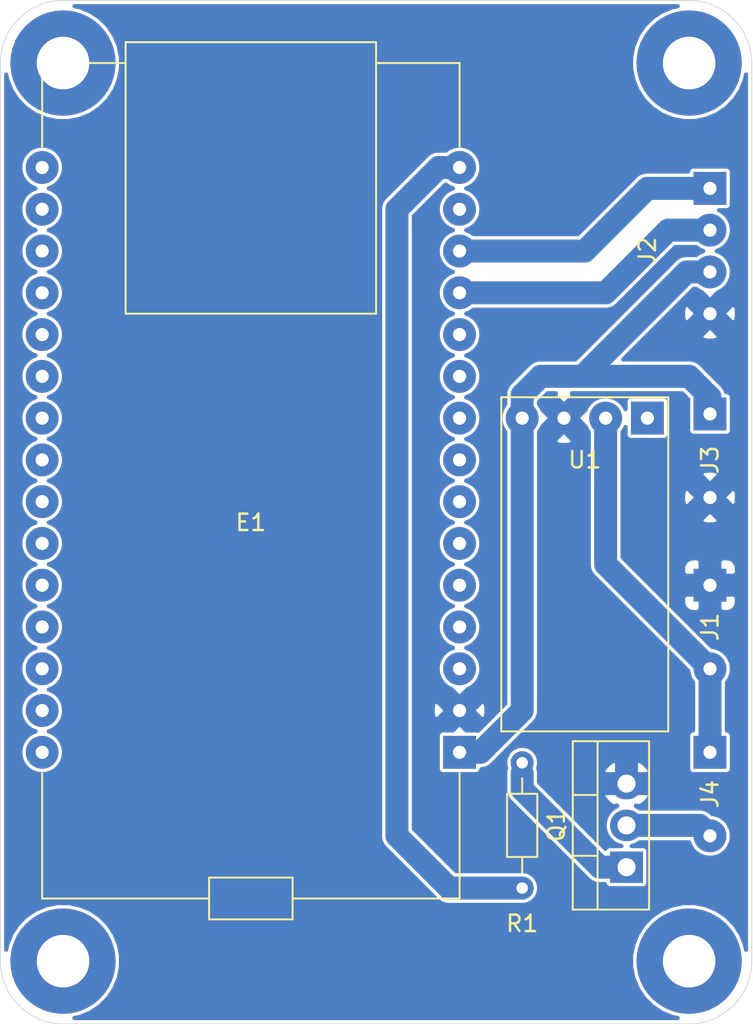
<source format=kicad_pcb>
(kicad_pcb (version 20171130) (host pcbnew 5.1.6)

  (general
    (thickness 1.6)
    (drawings 8)
    (tracks 31)
    (zones 0)
    (modules 12)
    (nets 35)
  )

  (page A4)
  (layers
    (0 F.Cu signal)
    (31 B.Cu signal)
    (32 B.Adhes user)
    (33 F.Adhes user)
    (34 B.Paste user)
    (35 F.Paste user)
    (36 B.SilkS user)
    (37 F.SilkS user)
    (38 B.Mask user)
    (39 F.Mask user)
    (40 Dwgs.User user)
    (41 Cmts.User user)
    (42 Eco1.User user)
    (43 Eco2.User user)
    (44 Edge.Cuts user)
    (45 Margin user)
    (46 B.CrtYd user)
    (47 F.CrtYd user)
    (48 B.Fab user)
    (49 F.Fab user)
  )

  (setup
    (last_trace_width 1.4)
    (user_trace_width 1.4)
    (user_trace_width 2)
    (trace_clearance 0.2)
    (zone_clearance 0.2)
    (zone_45_only no)
    (trace_min 0.2)
    (via_size 0.8)
    (via_drill 0.4)
    (via_min_size 0.4)
    (via_min_drill 0.3)
    (uvia_size 0.3)
    (uvia_drill 0.1)
    (uvias_allowed no)
    (uvia_min_size 0.2)
    (uvia_min_drill 0.1)
    (edge_width 0.05)
    (segment_width 0.2)
    (pcb_text_width 0.3)
    (pcb_text_size 1.5 1.5)
    (mod_edge_width 0.12)
    (mod_text_size 1 1)
    (mod_text_width 0.15)
    (pad_size 1.524 1.524)
    (pad_drill 0.762)
    (pad_to_mask_clearance 0.05)
    (aux_axis_origin 0 0)
    (visible_elements FFFFFF7F)
    (pcbplotparams
      (layerselection 0x010fc_ffffffff)
      (usegerberextensions false)
      (usegerberattributes true)
      (usegerberadvancedattributes true)
      (creategerberjobfile true)
      (excludeedgelayer true)
      (linewidth 0.100000)
      (plotframeref false)
      (viasonmask false)
      (mode 1)
      (useauxorigin false)
      (hpglpennumber 1)
      (hpglpenspeed 20)
      (hpglpendiameter 15.000000)
      (psnegative false)
      (psa4output false)
      (plotreference true)
      (plotvalue true)
      (plotinvisibletext false)
      (padsonsilk false)
      (subtractmaskfromsilk false)
      (outputformat 1)
      (mirror false)
      (drillshape 1)
      (scaleselection 1)
      (outputdirectory ""))
  )

  (net 0 "")
  (net 1 "Net-(E1-Pad30)")
  (net 2 "Net-(E1-Pad29)")
  (net 3 "Net-(E1-Pad28)")
  (net 4 "Net-(E1-Pad27)")
  (net 5 "Net-(E1-Pad26)")
  (net 6 "Net-(E1-Pad25)")
  (net 7 "Net-(E1-Pad24)")
  (net 8 "Net-(E1-Pad23)")
  (net 9 "Net-(E1-Pad22)")
  (net 10 "Net-(E1-Pad21)")
  (net 11 "Net-(E1-Pad20)")
  (net 12 "Net-(E1-Pad19)")
  (net 13 "Net-(E1-Pad18)")
  (net 14 "Net-(E1-Pad17)")
  (net 15 "Net-(E1-Pad16)")
  (net 16 /PUMP)
  (net 17 "Net-(E1-Pad14)")
  (net 18 "Net-(E1-Pad13)")
  (net 19 "Net-(E1-Pad12)")
  (net 20 "Net-(E1-Pad11)")
  (net 21 "Net-(E1-Pad10)")
  (net 22 "Net-(E1-Pad9)")
  (net 23 "Net-(E1-Pad8)")
  (net 24 "Net-(E1-Pad7)")
  (net 25 "Net-(E1-Pad6)")
  (net 26 "Net-(E1-Pad5)")
  (net 27 "Net-(E1-Pad4)")
  (net 28 "Net-(E1-Pad3)")
  (net 29 GND)
  (net 30 +3V3)
  (net 31 +12V)
  (net 32 "Net-(J4-Pad2)")
  (net 33 "Net-(Q1-Pad1)")
  (net 34 "Net-(U1-Pad1)")

  (net_class Default "This is the default net class."
    (clearance 0.2)
    (trace_width 0.25)
    (via_dia 0.8)
    (via_drill 0.4)
    (uvia_dia 0.3)
    (uvia_drill 0.1)
    (add_net +12V)
    (add_net +3V3)
    (add_net /PUMP)
    (add_net GND)
    (add_net "Net-(E1-Pad10)")
    (add_net "Net-(E1-Pad11)")
    (add_net "Net-(E1-Pad12)")
    (add_net "Net-(E1-Pad13)")
    (add_net "Net-(E1-Pad14)")
    (add_net "Net-(E1-Pad16)")
    (add_net "Net-(E1-Pad17)")
    (add_net "Net-(E1-Pad18)")
    (add_net "Net-(E1-Pad19)")
    (add_net "Net-(E1-Pad20)")
    (add_net "Net-(E1-Pad21)")
    (add_net "Net-(E1-Pad22)")
    (add_net "Net-(E1-Pad23)")
    (add_net "Net-(E1-Pad24)")
    (add_net "Net-(E1-Pad25)")
    (add_net "Net-(E1-Pad26)")
    (add_net "Net-(E1-Pad27)")
    (add_net "Net-(E1-Pad28)")
    (add_net "Net-(E1-Pad29)")
    (add_net "Net-(E1-Pad3)")
    (add_net "Net-(E1-Pad30)")
    (add_net "Net-(E1-Pad4)")
    (add_net "Net-(E1-Pad5)")
    (add_net "Net-(E1-Pad6)")
    (add_net "Net-(E1-Pad7)")
    (add_net "Net-(E1-Pad8)")
    (add_net "Net-(E1-Pad9)")
    (add_net "Net-(J4-Pad2)")
    (add_net "Net-(Q1-Pad1)")
    (add_net "Net-(U1-Pad1)")
  )

  (module headers:4x1 (layer F.Cu) (tedit 5F0667B9) (tstamp 5F11319C)
    (at 43.18 15.24 270)
    (path /5F10408E)
    (fp_text reference J2 (at 0 3.81 90) (layer F.SilkS)
      (effects (font (size 1 1) (thickness 0.15)))
    )
    (fp_text value SERIAL (at 0 2.54 90) (layer F.Fab)
      (effects (font (size 1 1) (thickness 0.15)))
    )
    (pad 4 thru_hole circle (at 3.81 0 270) (size 2 2) (drill 0.8) (layers *.Cu *.Mask)
      (net 29 GND))
    (pad 3 thru_hole circle (at 1.27 0 270) (size 2 2) (drill 0.8) (layers *.Cu *.Mask)
      (net 30 +3V3))
    (pad 2 thru_hole circle (at -1.27 0 270) (size 2 2) (drill 0.8) (layers *.Cu *.Mask)
      (net 19 "Net-(E1-Pad12)"))
    (pad 1 thru_hole rect (at -3.81 0 270) (size 2 2) (drill 0.8) (layers *.Cu *.Mask)
      (net 18 "Net-(E1-Pad13)"))
  )

  (module MountingHole:MountingHole_3.2mm_M3_Pad (layer F.Cu) (tedit 56D1B4CB) (tstamp 5F107FDB)
    (at 3.81 58.42)
    (descr "Mounting Hole 3.2mm, M3")
    (tags "mounting hole 3.2mm m3")
    (attr virtual)
    (fp_text reference REF** (at 0 -4.2) (layer F.SilkS) hide
      (effects (font (size 1 1) (thickness 0.15)))
    )
    (fp_text value MountingHole_3.2mm_M3_Pad (at 0 4.2) (layer F.Fab) hide
      (effects (font (size 1 1) (thickness 0.15)))
    )
    (fp_circle (center 0 0) (end 3.45 0) (layer F.CrtYd) (width 0.05))
    (fp_circle (center 0 0) (end 3.2 0) (layer Cmts.User) (width 0.15))
    (fp_text user %R (at 0.3 0) (layer F.Fab)
      (effects (font (size 1 1) (thickness 0.15)))
    )
    (pad 1 thru_hole circle (at 0 0) (size 6.4 6.4) (drill 3.2) (layers *.Cu *.Mask))
  )

  (module MountingHole:MountingHole_3.2mm_M3_Pad (layer F.Cu) (tedit 56D1B4CB) (tstamp 5F107FDB)
    (at 41.91 58.42)
    (descr "Mounting Hole 3.2mm, M3")
    (tags "mounting hole 3.2mm m3")
    (attr virtual)
    (fp_text reference REF** (at 0 -4.2) (layer F.SilkS) hide
      (effects (font (size 1 1) (thickness 0.15)))
    )
    (fp_text value MountingHole_3.2mm_M3_Pad (at 0 4.2) (layer F.Fab) hide
      (effects (font (size 1 1) (thickness 0.15)))
    )
    (fp_circle (center 0 0) (end 3.45 0) (layer F.CrtYd) (width 0.05))
    (fp_circle (center 0 0) (end 3.2 0) (layer Cmts.User) (width 0.15))
    (fp_text user %R (at 0.3 0) (layer F.Fab)
      (effects (font (size 1 1) (thickness 0.15)))
    )
    (pad 1 thru_hole circle (at 0 0) (size 6.4 6.4) (drill 3.2) (layers *.Cu *.Mask))
  )

  (module MountingHole:MountingHole_3.2mm_M3_Pad (layer F.Cu) (tedit 56D1B4CB) (tstamp 5F107FDB)
    (at 41.91 3.81)
    (descr "Mounting Hole 3.2mm, M3")
    (tags "mounting hole 3.2mm m3")
    (attr virtual)
    (fp_text reference REF** (at 0 -4.2) (layer F.SilkS) hide
      (effects (font (size 1 1) (thickness 0.15)))
    )
    (fp_text value MountingHole_3.2mm_M3_Pad (at 0 4.2) (layer F.Fab) hide
      (effects (font (size 1 1) (thickness 0.15)))
    )
    (fp_circle (center 0 0) (end 3.45 0) (layer F.CrtYd) (width 0.05))
    (fp_circle (center 0 0) (end 3.2 0) (layer Cmts.User) (width 0.15))
    (fp_text user %R (at 0.3 0) (layer F.Fab)
      (effects (font (size 1 1) (thickness 0.15)))
    )
    (pad 1 thru_hole circle (at 0 0) (size 6.4 6.4) (drill 3.2) (layers *.Cu *.Mask))
  )

  (module MountingHole:MountingHole_3.2mm_M3_Pad (layer F.Cu) (tedit 56D1B4CB) (tstamp 5F107FDB)
    (at 3.81 3.81)
    (descr "Mounting Hole 3.2mm, M3")
    (tags "mounting hole 3.2mm m3")
    (attr virtual)
    (fp_text reference REF** (at 0 -4.2) (layer F.SilkS) hide
      (effects (font (size 1 1) (thickness 0.15)))
    )
    (fp_text value MountingHole_3.2mm_M3_Pad (at 0 4.2) (layer F.Fab) hide
      (effects (font (size 1 1) (thickness 0.15)))
    )
    (fp_circle (center 0 0) (end 3.45 0) (layer F.CrtYd) (width 0.05))
    (fp_circle (center 0 0) (end 3.2 0) (layer Cmts.User) (width 0.15))
    (fp_text user %R (at 0.3 0) (layer F.Fab)
      (effects (font (size 1 1) (thickness 0.15)))
    )
    (pad 1 thru_hole circle (at 0 0) (size 6.4 6.4) (drill 3.2) (layers *.Cu *.Mask))
  )

  (module Resistor_THT:R_Axial_DIN0204_L3.6mm_D1.6mm_P7.62mm_Horizontal (layer F.Cu) (tedit 5AE5139B) (tstamp 5F0DF6FC)
    (at 31.75 46.355 270)
    (descr "Resistor, Axial_DIN0204 series, Axial, Horizontal, pin pitch=7.62mm, 0.167W, length*diameter=3.6*1.6mm^2, http://cdn-reichelt.de/documents/datenblatt/B400/1_4W%23YAG.pdf")
    (tags "Resistor Axial_DIN0204 series Axial Horizontal pin pitch 7.62mm 0.167W length 3.6mm diameter 1.6mm")
    (path /5F0DCBB7)
    (fp_text reference R1 (at 9.779 0 180) (layer F.SilkS)
      (effects (font (size 1 1) (thickness 0.15)))
    )
    (fp_text value 47R (at 11.43 0 180) (layer F.Fab)
      (effects (font (size 1 1) (thickness 0.15)))
    )
    (fp_line (start 2.01 -0.8) (end 2.01 0.8) (layer F.Fab) (width 0.1))
    (fp_line (start 2.01 0.8) (end 5.61 0.8) (layer F.Fab) (width 0.1))
    (fp_line (start 5.61 0.8) (end 5.61 -0.8) (layer F.Fab) (width 0.1))
    (fp_line (start 5.61 -0.8) (end 2.01 -0.8) (layer F.Fab) (width 0.1))
    (fp_line (start 0 0) (end 2.01 0) (layer F.Fab) (width 0.1))
    (fp_line (start 7.62 0) (end 5.61 0) (layer F.Fab) (width 0.1))
    (fp_line (start 1.89 -0.92) (end 1.89 0.92) (layer F.SilkS) (width 0.12))
    (fp_line (start 1.89 0.92) (end 5.73 0.92) (layer F.SilkS) (width 0.12))
    (fp_line (start 5.73 0.92) (end 5.73 -0.92) (layer F.SilkS) (width 0.12))
    (fp_line (start 5.73 -0.92) (end 1.89 -0.92) (layer F.SilkS) (width 0.12))
    (fp_line (start 0.94 0) (end 1.89 0) (layer F.SilkS) (width 0.12))
    (fp_line (start 6.68 0) (end 5.73 0) (layer F.SilkS) (width 0.12))
    (fp_line (start -0.95 -1.05) (end -0.95 1.05) (layer F.CrtYd) (width 0.05))
    (fp_line (start -0.95 1.05) (end 8.57 1.05) (layer F.CrtYd) (width 0.05))
    (fp_line (start 8.57 1.05) (end 8.57 -1.05) (layer F.CrtYd) (width 0.05))
    (fp_line (start 8.57 -1.05) (end -0.95 -1.05) (layer F.CrtYd) (width 0.05))
    (fp_text user %R (at 3.81 0 90) (layer F.Fab)
      (effects (font (size 0.72 0.72) (thickness 0.108)))
    )
    (pad 2 thru_hole oval (at 7.62 0 270) (size 1.4 1.4) (drill 0.7) (layers *.Cu *.Mask)
      (net 16 /PUMP))
    (pad 1 thru_hole circle (at 0 0 270) (size 1.4 1.4) (drill 0.7) (layers *.Cu *.Mask)
      (net 33 "Net-(Q1-Pad1)"))
    (model ${KISYS3DMOD}/Resistor_THT.3dshapes/R_Axial_DIN0204_L3.6mm_D1.6mm_P7.62mm_Horizontal.wrl
      (at (xyz 0 0 0))
      (scale (xyz 1 1 1))
      (rotate (xyz 0 0 0))
    )
  )

  (module misc:buck_converter (layer F.Cu) (tedit 5F0D82D8) (tstamp 5F0DDB09)
    (at 35.56 25.4 180)
    (path /5F0DACB8)
    (fp_text reference U1 (at 0 -2.54) (layer F.SilkS)
      (effects (font (size 1 1) (thickness 0.15)))
    )
    (fp_text value REGULATOR (at 0 -5.08) (layer F.Fab)
      (effects (font (size 1 1) (thickness 0.15)))
    )
    (fp_line (start 0 1.27) (end -5.08 1.27) (layer F.SilkS) (width 0.12))
    (fp_line (start -5.08 1.27) (end -5.08 -19.05) (layer F.SilkS) (width 0.12))
    (fp_line (start -5.08 -19.05) (end 5.08 -19.05) (layer F.SilkS) (width 0.12))
    (fp_line (start 5.08 -19.05) (end 5.08 1.27) (layer F.SilkS) (width 0.12))
    (fp_line (start 5.08 1.27) (end 0 1.27) (layer F.SilkS) (width 0.12))
    (pad 4 thru_hole circle (at 3.81 0 180) (size 2 2) (drill 0.8) (layers *.Cu *.Mask)
      (net 30 +3V3))
    (pad 3 thru_hole circle (at 1.27 0 180) (size 2 2) (drill 0.8) (layers *.Cu *.Mask)
      (net 29 GND))
    (pad 2 thru_hole circle (at -1.27 0 180) (size 2 2) (drill 0.8) (layers *.Cu *.Mask)
      (net 31 +12V))
    (pad 1 thru_hole rect (at -3.81 0 180) (size 2 2) (drill 0.8) (layers *.Cu *.Mask)
      (net 34 "Net-(U1-Pad1)"))
  )

  (module Package_TO_SOT_THT:TO-220-3_Vertical (layer F.Cu) (tedit 5AC8BA0D) (tstamp 5F0DDAEA)
    (at 38.1 52.705 90)
    (descr "TO-220-3, Vertical, RM 2.54mm, see https://www.vishay.com/docs/66542/to-220-1.pdf")
    (tags "TO-220-3 Vertical RM 2.54mm")
    (path /5F0DBB13)
    (fp_text reference Q1 (at 2.54 -4.27 90) (layer F.SilkS)
      (effects (font (size 1 1) (thickness 0.15)))
    )
    (fp_text value TIP41C (at 2.54 2.5 90) (layer F.Fab)
      (effects (font (size 1 1) (thickness 0.15)))
    )
    (fp_line (start -2.46 -3.15) (end -2.46 1.25) (layer F.Fab) (width 0.1))
    (fp_line (start -2.46 1.25) (end 7.54 1.25) (layer F.Fab) (width 0.1))
    (fp_line (start 7.54 1.25) (end 7.54 -3.15) (layer F.Fab) (width 0.1))
    (fp_line (start 7.54 -3.15) (end -2.46 -3.15) (layer F.Fab) (width 0.1))
    (fp_line (start -2.46 -1.88) (end 7.54 -1.88) (layer F.Fab) (width 0.1))
    (fp_line (start 0.69 -3.15) (end 0.69 -1.88) (layer F.Fab) (width 0.1))
    (fp_line (start 4.39 -3.15) (end 4.39 -1.88) (layer F.Fab) (width 0.1))
    (fp_line (start -2.58 -3.27) (end 7.66 -3.27) (layer F.SilkS) (width 0.12))
    (fp_line (start -2.58 1.371) (end 7.66 1.371) (layer F.SilkS) (width 0.12))
    (fp_line (start -2.58 -3.27) (end -2.58 1.371) (layer F.SilkS) (width 0.12))
    (fp_line (start 7.66 -3.27) (end 7.66 1.371) (layer F.SilkS) (width 0.12))
    (fp_line (start -2.58 -1.76) (end 7.66 -1.76) (layer F.SilkS) (width 0.12))
    (fp_line (start 0.69 -3.27) (end 0.69 -1.76) (layer F.SilkS) (width 0.12))
    (fp_line (start 4.391 -3.27) (end 4.391 -1.76) (layer F.SilkS) (width 0.12))
    (fp_line (start -2.71 -3.4) (end -2.71 1.51) (layer F.CrtYd) (width 0.05))
    (fp_line (start -2.71 1.51) (end 7.79 1.51) (layer F.CrtYd) (width 0.05))
    (fp_line (start 7.79 1.51) (end 7.79 -3.4) (layer F.CrtYd) (width 0.05))
    (fp_line (start 7.79 -3.4) (end -2.71 -3.4) (layer F.CrtYd) (width 0.05))
    (fp_text user %R (at 2.54 -4.27 90) (layer F.Fab)
      (effects (font (size 1 1) (thickness 0.15)))
    )
    (pad 3 thru_hole oval (at 5.08 0 90) (size 1.905 2) (drill 1.1) (layers *.Cu *.Mask)
      (net 29 GND))
    (pad 2 thru_hole oval (at 2.54 0 90) (size 1.905 2) (drill 1.1) (layers *.Cu *.Mask)
      (net 32 "Net-(J4-Pad2)"))
    (pad 1 thru_hole rect (at 0 0 90) (size 1.905 2) (drill 1.1) (layers *.Cu *.Mask)
      (net 33 "Net-(Q1-Pad1)"))
    (model ${KISYS3DMOD}/Package_TO_SOT_THT.3dshapes/TO-220-3_Vertical.wrl
      (at (xyz 0 0 0))
      (scale (xyz 1 1 1))
      (rotate (xyz 0 0 0))
    )
  )

  (module microcontroller:ESP31-DEVKIT (layer F.Cu) (tedit 5F0D8041) (tstamp 5F0DDAB8)
    (at 15.24 29.21)
    (path /5F0D7604)
    (fp_text reference E1 (at 0 2.54) (layer F.SilkS)
      (effects (font (size 1 1) (thickness 0.15)))
    )
    (fp_text value ESP32-DEVKIT (at 0 0) (layer F.Fab)
      (effects (font (size 1 1) (thickness 0.15)))
    )
    (fp_line (start -12.7 -20.32) (end -12.7 -25.4) (layer F.SilkS) (width 0.12))
    (fp_line (start 12.7 -25.4) (end 12.7 -20.32) (layer F.SilkS) (width 0.12))
    (fp_line (start -12.7 17.78) (end -12.7 25.4) (layer F.SilkS) (width 0.12))
    (fp_line (start 12.7 25.4) (end 12.7 17.78) (layer F.SilkS) (width 0.12))
    (fp_line (start -2.54 24.13) (end 2.54 24.13) (layer F.SilkS) (width 0.12))
    (fp_line (start 2.54 24.13) (end 2.54 26.67) (layer F.SilkS) (width 0.12))
    (fp_line (start 2.54 26.67) (end -2.54 26.67) (layer F.SilkS) (width 0.12))
    (fp_line (start -2.54 26.67) (end -2.54 24.13) (layer F.SilkS) (width 0.12))
    (fp_line (start 12.7 25.4) (end 2.54 25.4) (layer F.SilkS) (width 0.12))
    (fp_line (start -2.54 25.4) (end -12.7 25.4) (layer F.SilkS) (width 0.12))
    (fp_line (start -7.62 -26.67) (end -7.62 -10.16) (layer F.SilkS) (width 0.12))
    (fp_line (start -7.62 -10.16) (end 7.62 -10.16) (layer F.SilkS) (width 0.12))
    (fp_line (start 7.62 -10.16) (end 7.62 -26.67) (layer F.SilkS) (width 0.12))
    (fp_line (start 7.62 -26.67) (end -7.62 -26.67) (layer F.SilkS) (width 0.12))
    (fp_line (start 12.7 -25.4) (end 7.62 -25.4) (layer F.SilkS) (width 0.12))
    (fp_line (start -7.62 -25.4) (end -12.7 -25.4) (layer F.SilkS) (width 0.12))
    (pad 30 thru_hole circle (at -12.7 -19.05) (size 2 2) (drill 0.8) (layers *.Cu *.Mask)
      (net 1 "Net-(E1-Pad30)"))
    (pad 29 thru_hole circle (at -12.7 -16.51) (size 2 2) (drill 0.8) (layers *.Cu *.Mask)
      (net 2 "Net-(E1-Pad29)"))
    (pad 28 thru_hole circle (at -12.7 -13.97) (size 2 2) (drill 0.8) (layers *.Cu *.Mask)
      (net 3 "Net-(E1-Pad28)"))
    (pad 27 thru_hole circle (at -12.7 -11.43) (size 2 2) (drill 0.8) (layers *.Cu *.Mask)
      (net 4 "Net-(E1-Pad27)"))
    (pad 26 thru_hole circle (at -12.7 -8.89) (size 2 2) (drill 0.8) (layers *.Cu *.Mask)
      (net 5 "Net-(E1-Pad26)"))
    (pad 25 thru_hole circle (at -12.7 -6.35) (size 2 2) (drill 0.8) (layers *.Cu *.Mask)
      (net 6 "Net-(E1-Pad25)"))
    (pad 24 thru_hole circle (at -12.7 -3.81) (size 2 2) (drill 0.8) (layers *.Cu *.Mask)
      (net 7 "Net-(E1-Pad24)"))
    (pad 23 thru_hole circle (at -12.7 -1.27) (size 2 2) (drill 0.8) (layers *.Cu *.Mask)
      (net 8 "Net-(E1-Pad23)"))
    (pad 22 thru_hole circle (at -12.7 1.27) (size 2 2) (drill 0.8) (layers *.Cu *.Mask)
      (net 9 "Net-(E1-Pad22)"))
    (pad 21 thru_hole circle (at -12.7 3.81) (size 2 2) (drill 0.8) (layers *.Cu *.Mask)
      (net 10 "Net-(E1-Pad21)"))
    (pad 20 thru_hole circle (at -12.7 6.35) (size 2 2) (drill 0.8) (layers *.Cu *.Mask)
      (net 11 "Net-(E1-Pad20)"))
    (pad 19 thru_hole circle (at -12.7 8.89) (size 2 2) (drill 0.8) (layers *.Cu *.Mask)
      (net 12 "Net-(E1-Pad19)"))
    (pad 18 thru_hole circle (at -12.7 11.43) (size 2 2) (drill 0.8) (layers *.Cu *.Mask)
      (net 13 "Net-(E1-Pad18)"))
    (pad 17 thru_hole circle (at -12.7 13.97) (size 2 2) (drill 0.8) (layers *.Cu *.Mask)
      (net 14 "Net-(E1-Pad17)"))
    (pad 16 thru_hole circle (at -12.7 16.51) (size 2 2) (drill 0.8) (layers *.Cu *.Mask)
      (net 15 "Net-(E1-Pad16)"))
    (pad 15 thru_hole circle (at 12.7 -19.05) (size 2 2) (drill 0.8) (layers *.Cu *.Mask)
      (net 16 /PUMP))
    (pad 14 thru_hole circle (at 12.7 -16.51) (size 2 2) (drill 0.8) (layers *.Cu *.Mask)
      (net 17 "Net-(E1-Pad14)"))
    (pad 13 thru_hole circle (at 12.7 -13.97) (size 2 2) (drill 0.8) (layers *.Cu *.Mask)
      (net 18 "Net-(E1-Pad13)"))
    (pad 12 thru_hole circle (at 12.7 -11.43) (size 2 2) (drill 0.8) (layers *.Cu *.Mask)
      (net 19 "Net-(E1-Pad12)"))
    (pad 11 thru_hole circle (at 12.7 -8.89) (size 2 2) (drill 0.8) (layers *.Cu *.Mask)
      (net 20 "Net-(E1-Pad11)"))
    (pad 10 thru_hole circle (at 12.7 -6.35) (size 2 2) (drill 0.8) (layers *.Cu *.Mask)
      (net 21 "Net-(E1-Pad10)"))
    (pad 9 thru_hole circle (at 12.7 -3.81) (size 2 2) (drill 0.8) (layers *.Cu *.Mask)
      (net 22 "Net-(E1-Pad9)"))
    (pad 8 thru_hole circle (at 12.7 -1.27) (size 2 2) (drill 0.8) (layers *.Cu *.Mask)
      (net 23 "Net-(E1-Pad8)"))
    (pad 7 thru_hole circle (at 12.7 1.27) (size 2 2) (drill 0.8) (layers *.Cu *.Mask)
      (net 24 "Net-(E1-Pad7)"))
    (pad 6 thru_hole circle (at 12.7 3.81) (size 2 2) (drill 0.8) (layers *.Cu *.Mask)
      (net 25 "Net-(E1-Pad6)"))
    (pad 5 thru_hole circle (at 12.7 6.35) (size 2 2) (drill 0.8) (layers *.Cu *.Mask)
      (net 26 "Net-(E1-Pad5)"))
    (pad 4 thru_hole circle (at 12.7 8.89) (size 2 2) (drill 0.8) (layers *.Cu *.Mask)
      (net 27 "Net-(E1-Pad4)"))
    (pad 3 thru_hole circle (at 12.7 11.43) (size 2 2) (drill 0.8) (layers *.Cu *.Mask)
      (net 28 "Net-(E1-Pad3)"))
    (pad 2 thru_hole circle (at 12.7 13.97) (size 2 2) (drill 0.8) (layers *.Cu *.Mask)
      (net 29 GND))
    (pad 1 thru_hole rect (at 12.7 16.51) (size 2 2) (drill 0.8) (layers *.Cu *.Mask)
      (net 30 +3V3))
  )

  (module headers:2_double_spaced (layer F.Cu) (tedit 5F0667CC) (tstamp 5F0DF53E)
    (at 43.18 48.26 270)
    (path /5F0D955A)
    (fp_text reference J4 (at 0 0 90) (layer F.SilkS)
      (effects (font (size 1 1) (thickness 0.15)))
    )
    (fp_text value PUMP (at 0 -1.905 270) (layer F.Fab)
      (effects (font (size 0.8 1) (thickness 0.15)))
    )
    (pad 2 thru_hole circle (at 2.54 0 270) (size 2 2) (drill 0.8) (layers *.Cu *.Mask)
      (net 32 "Net-(J4-Pad2)"))
    (pad 1 thru_hole rect (at -2.54 0 270) (size 2 2) (drill 0.8) (layers *.Cu *.Mask)
      (net 31 +12V))
  )

  (module headers:2_double_spaced (layer F.Cu) (tedit 5F0667CC) (tstamp 5F0DFFC0)
    (at 43.18 27.686 270)
    (path /5F0D9E40)
    (fp_text reference J3 (at 0.254 0 90) (layer F.SilkS)
      (effects (font (size 1 1) (thickness 0.15)))
    )
    (fp_text value 3V3 (at 0 -1.905 270) (layer F.Fab)
      (effects (font (size 0.8 1) (thickness 0.15)))
    )
    (pad 2 thru_hole circle (at 2.54 0 270) (size 2 2) (drill 0.8) (layers *.Cu *.Mask)
      (net 29 GND))
    (pad 1 thru_hole rect (at -2.54 0 270) (size 2 2) (drill 0.8) (layers *.Cu *.Mask)
      (net 30 +3V3))
  )

  (module headers:2_double_spaced (layer F.Cu) (tedit 5F0667CC) (tstamp 5F0DDABE)
    (at 43.18 38.1 270)
    (path /5F0D867F)
    (fp_text reference J1 (at 0 0 90) (layer F.SilkS)
      (effects (font (size 1 1) (thickness 0.15)))
    )
    (fp_text value 12V (at 0 -1.905 270) (layer F.Fab)
      (effects (font (size 0.8 1) (thickness 0.15)))
    )
    (pad 2 thru_hole circle (at 2.54 0 270) (size 2 2) (drill 0.8) (layers *.Cu *.Mask)
      (net 31 +12V))
    (pad 1 thru_hole rect (at -2.54 0 270) (size 2 2) (drill 0.8) (layers *.Cu *.Mask)
      (net 29 GND))
  )

  (gr_arc (start 3.81 3.81) (end 3.81 0) (angle -90) (layer Edge.Cuts) (width 0.05))
  (gr_arc (start 41.91 3.81) (end 45.72 3.81) (angle -90) (layer Edge.Cuts) (width 0.05))
  (gr_arc (start 41.91 58.42) (end 41.91 62.23) (angle -90) (layer Edge.Cuts) (width 0.05))
  (gr_arc (start 3.81 58.42) (end 0 58.42) (angle -90) (layer Edge.Cuts) (width 0.05))
  (gr_line (start 45.72 58.42) (end 45.72 3.81) (layer Edge.Cuts) (width 0.05) (tstamp 5F0DFFA4))
  (gr_line (start 3.81 62.23) (end 41.91 62.23) (layer Edge.Cuts) (width 0.05))
  (gr_line (start 0 3.81) (end 0 58.42) (layer Edge.Cuts) (width 0.05))
  (gr_line (start 3.81 0) (end 41.91 0) (layer Edge.Cuts) (width 0.05))

  (segment (start 26.67 10.16) (end 27.94 10.16) (width 1.4) (layer B.Cu) (net 16))
  (segment (start 24.13 12.7) (end 26.67 10.16) (width 1.4) (layer B.Cu) (net 16))
  (segment (start 24.13 50.8) (end 24.13 12.7) (width 1.4) (layer B.Cu) (net 16))
  (segment (start 27.305 53.975) (end 24.13 50.8) (width 1.4) (layer B.Cu) (net 16))
  (segment (start 31.75 53.975) (end 27.305 53.975) (width 1.4) (layer B.Cu) (net 16))
  (segment (start 35.56 15.24) (end 39.37 11.43) (width 1.4) (layer B.Cu) (net 18))
  (segment (start 27.94 15.24) (end 35.56 15.24) (width 1.4) (layer B.Cu) (net 18))
  (segment (start 39.37 11.43) (end 43.18 11.43) (width 1.4) (layer B.Cu) (net 18))
  (segment (start 36.83 17.78) (end 27.94 17.78) (width 1.4) (layer B.Cu) (net 19))
  (segment (start 40.64 13.97) (end 36.83 17.78) (width 1.4) (layer B.Cu) (net 19))
  (segment (start 40.64 13.97) (end 43.18 13.97) (width 1.4) (layer B.Cu) (net 19))
  (segment (start 43.18 25.146) (end 43.18 24.13) (width 1.4) (layer B.Cu) (net 30))
  (segment (start 43.18 24.13) (end 41.91 22.86) (width 1.4) (layer B.Cu) (net 30))
  (segment (start 31.75 23.985787) (end 31.75 25.4) (width 1.4) (layer B.Cu) (net 30))
  (segment (start 32.875787 22.86) (end 31.75 23.985787) (width 1.4) (layer B.Cu) (net 30))
  (segment (start 29.21 45.72) (end 27.94 45.72) (width 1.4) (layer B.Cu) (net 30))
  (segment (start 31.75 43.18) (end 29.21 45.72) (width 1.4) (layer B.Cu) (net 30))
  (segment (start 31.75 25.4) (end 31.75 43.18) (width 1.4) (layer B.Cu) (net 30))
  (segment (start 35.56 22.715787) (end 35.56 22.86) (width 1.4) (layer B.Cu) (net 30))
  (segment (start 41.765787 16.51) (end 35.56 22.715787) (width 1.4) (layer B.Cu) (net 30))
  (segment (start 43.18 16.51) (end 41.765787 16.51) (width 1.4) (layer B.Cu) (net 30))
  (segment (start 35.56 22.86) (end 32.875787 22.86) (width 1.4) (layer B.Cu) (net 30))
  (segment (start 41.91 22.86) (end 35.56 22.86) (width 1.4) (layer B.Cu) (net 30))
  (segment (start 43.18 40.64) (end 43.18 45.72) (width 1.4) (layer B.Cu) (net 31))
  (segment (start 36.83 34.29) (end 43.18 40.64) (width 1.4) (layer B.Cu) (net 31))
  (segment (start 36.83 25.4) (end 36.83 34.29) (width 1.4) (layer B.Cu) (net 31))
  (segment (start 42.545 50.165) (end 43.18 50.8) (width 1.4) (layer B.Cu) (net 32))
  (segment (start 38.1 50.165) (end 42.545 50.165) (width 1.4) (layer B.Cu) (net 32))
  (segment (start 36.475051 52.705) (end 38.1 52.705) (width 1.4) (layer B.Cu) (net 33))
  (segment (start 31.75 47.979949) (end 36.475051 52.705) (width 1.4) (layer B.Cu) (net 33))
  (segment (start 31.75 46.99) (end 31.75 47.979949) (width 1.4) (layer B.Cu) (net 33))

  (zone (net 29) (net_name GND) (layer B.Cu) (tstamp 0) (hatch edge 0.508)
    (connect_pads (clearance 0.2))
    (min_thickness 0.254)
    (fill yes (arc_segments 32) (thermal_gap 0.508) (thermal_bridge_width 1.4))
    (polygon
      (pts
        (xy 45.72 62.23) (xy 0 62.23) (xy 0 0) (xy 45.72 0)
      )
    )
    (filled_polygon
      (pts
        (xy 40.881212 0.41854) (xy 40.239339 0.684413) (xy 39.661668 1.0704) (xy 39.1704 1.561668) (xy 38.784413 2.139339)
        (xy 38.51854 2.781212) (xy 38.383 3.462621) (xy 38.383 4.157379) (xy 38.51854 4.838788) (xy 38.784413 5.480661)
        (xy 39.1704 6.058332) (xy 39.661668 6.5496) (xy 40.239339 6.935587) (xy 40.881212 7.20146) (xy 41.562621 7.337)
        (xy 42.257379 7.337) (xy 42.938788 7.20146) (xy 43.580661 6.935587) (xy 44.158332 6.5496) (xy 44.6496 6.058332)
        (xy 45.035587 5.480661) (xy 45.30146 4.838788) (xy 45.368001 4.504262) (xy 45.368 57.725733) (xy 45.30146 57.391212)
        (xy 45.035587 56.749339) (xy 44.6496 56.171668) (xy 44.158332 55.6804) (xy 43.580661 55.294413) (xy 42.938788 55.02854)
        (xy 42.257379 54.893) (xy 41.562621 54.893) (xy 40.881212 55.02854) (xy 40.239339 55.294413) (xy 39.661668 55.6804)
        (xy 39.1704 56.171668) (xy 38.784413 56.749339) (xy 38.51854 57.391212) (xy 38.383 58.072621) (xy 38.383 58.767379)
        (xy 38.51854 59.448788) (xy 38.784413 60.090661) (xy 39.1704 60.668332) (xy 39.661668 61.1596) (xy 40.239339 61.545587)
        (xy 40.881212 61.81146) (xy 41.215733 61.878) (xy 4.504267 61.878) (xy 4.838788 61.81146) (xy 5.480661 61.545587)
        (xy 6.058332 61.1596) (xy 6.5496 60.668332) (xy 6.935587 60.090661) (xy 7.20146 59.448788) (xy 7.337 58.767379)
        (xy 7.337 58.072621) (xy 7.20146 57.391212) (xy 6.935587 56.749339) (xy 6.5496 56.171668) (xy 6.058332 55.6804)
        (xy 5.480661 55.294413) (xy 4.838788 55.02854) (xy 4.157379 54.893) (xy 3.462621 54.893) (xy 2.781212 55.02854)
        (xy 2.139339 55.294413) (xy 1.561668 55.6804) (xy 1.0704 56.171668) (xy 0.684413 56.749339) (xy 0.41854 57.391212)
        (xy 0.352 57.725733) (xy 0.352 10.029302) (xy 1.213 10.029302) (xy 1.213 10.290698) (xy 1.263996 10.547072)
        (xy 1.364028 10.78857) (xy 1.509252 11.005913) (xy 1.694087 11.190748) (xy 1.91143 11.335972) (xy 2.138433 11.43)
        (xy 1.91143 11.524028) (xy 1.694087 11.669252) (xy 1.509252 11.854087) (xy 1.364028 12.07143) (xy 1.263996 12.312928)
        (xy 1.213 12.569302) (xy 1.213 12.830698) (xy 1.263996 13.087072) (xy 1.364028 13.32857) (xy 1.509252 13.545913)
        (xy 1.694087 13.730748) (xy 1.91143 13.875972) (xy 2.138433 13.97) (xy 1.91143 14.064028) (xy 1.694087 14.209252)
        (xy 1.509252 14.394087) (xy 1.364028 14.61143) (xy 1.263996 14.852928) (xy 1.213 15.109302) (xy 1.213 15.370698)
        (xy 1.263996 15.627072) (xy 1.364028 15.86857) (xy 1.509252 16.085913) (xy 1.694087 16.270748) (xy 1.91143 16.415972)
        (xy 2.138433 16.51) (xy 1.91143 16.604028) (xy 1.694087 16.749252) (xy 1.509252 16.934087) (xy 1.364028 17.15143)
        (xy 1.263996 17.392928) (xy 1.213 17.649302) (xy 1.213 17.910698) (xy 1.263996 18.167072) (xy 1.364028 18.40857)
        (xy 1.509252 18.625913) (xy 1.694087 18.810748) (xy 1.91143 18.955972) (xy 2.138433 19.05) (xy 1.91143 19.144028)
        (xy 1.694087 19.289252) (xy 1.509252 19.474087) (xy 1.364028 19.69143) (xy 1.263996 19.932928) (xy 1.213 20.189302)
        (xy 1.213 20.450698) (xy 1.263996 20.707072) (xy 1.364028 20.94857) (xy 1.509252 21.165913) (xy 1.694087 21.350748)
        (xy 1.91143 21.495972) (xy 2.138433 21.59) (xy 1.91143 21.684028) (xy 1.694087 21.829252) (xy 1.509252 22.014087)
        (xy 1.364028 22.23143) (xy 1.263996 22.472928) (xy 1.213 22.729302) (xy 1.213 22.990698) (xy 1.263996 23.247072)
        (xy 1.364028 23.48857) (xy 1.509252 23.705913) (xy 1.694087 23.890748) (xy 1.91143 24.035972) (xy 2.138433 24.13)
        (xy 1.91143 24.224028) (xy 1.694087 24.369252) (xy 1.509252 24.554087) (xy 1.364028 24.77143) (xy 1.263996 25.012928)
        (xy 1.213 25.269302) (xy 1.213 25.530698) (xy 1.263996 25.787072) (xy 1.364028 26.02857) (xy 1.509252 26.245913)
        (xy 1.694087 26.430748) (xy 1.91143 26.575972) (xy 2.138433 26.67) (xy 1.91143 26.764028) (xy 1.694087 26.909252)
        (xy 1.509252 27.094087) (xy 1.364028 27.31143) (xy 1.263996 27.552928) (xy 1.213 27.809302) (xy 1.213 28.070698)
        (xy 1.263996 28.327072) (xy 1.364028 28.56857) (xy 1.509252 28.785913) (xy 1.694087 28.970748) (xy 1.91143 29.115972)
        (xy 2.138433 29.21) (xy 1.91143 29.304028) (xy 1.694087 29.449252) (xy 1.509252 29.634087) (xy 1.364028 29.85143)
        (xy 1.263996 30.092928) (xy 1.213 30.349302) (xy 1.213 30.610698) (xy 1.263996 30.867072) (xy 1.364028 31.10857)
        (xy 1.509252 31.325913) (xy 1.694087 31.510748) (xy 1.91143 31.655972) (xy 2.138433 31.75) (xy 1.91143 31.844028)
        (xy 1.694087 31.989252) (xy 1.509252 32.174087) (xy 1.364028 32.39143) (xy 1.263996 32.632928) (xy 1.213 32.889302)
        (xy 1.213 33.150698) (xy 1.263996 33.407072) (xy 1.364028 33.64857) (xy 1.509252 33.865913) (xy 1.694087 34.050748)
        (xy 1.91143 34.195972) (xy 2.138433 34.29) (xy 1.91143 34.384028) (xy 1.694087 34.529252) (xy 1.509252 34.714087)
        (xy 1.364028 34.93143) (xy 1.263996 35.172928) (xy 1.213 35.429302) (xy 1.213 35.690698) (xy 1.263996 35.947072)
        (xy 1.364028 36.18857) (xy 1.509252 36.405913) (xy 1.694087 36.590748) (xy 1.91143 36.735972) (xy 2.138433 36.83)
        (xy 1.91143 36.924028) (xy 1.694087 37.069252) (xy 1.509252 37.254087) (xy 1.364028 37.47143) (xy 1.263996 37.712928)
        (xy 1.213 37.969302) (xy 1.213 38.230698) (xy 1.263996 38.487072) (xy 1.364028 38.72857) (xy 1.509252 38.945913)
        (xy 1.694087 39.130748) (xy 1.91143 39.275972) (xy 2.138433 39.37) (xy 1.91143 39.464028) (xy 1.694087 39.609252)
        (xy 1.509252 39.794087) (xy 1.364028 40.01143) (xy 1.263996 40.252928) (xy 1.213 40.509302) (xy 1.213 40.770698)
        (xy 1.263996 41.027072) (xy 1.364028 41.26857) (xy 1.509252 41.485913) (xy 1.694087 41.670748) (xy 1.91143 41.815972)
        (xy 2.138433 41.91) (xy 1.91143 42.004028) (xy 1.694087 42.149252) (xy 1.509252 42.334087) (xy 1.364028 42.55143)
        (xy 1.263996 42.792928) (xy 1.213 43.049302) (xy 1.213 43.310698) (xy 1.263996 43.567072) (xy 1.364028 43.80857)
        (xy 1.509252 44.025913) (xy 1.694087 44.210748) (xy 1.91143 44.355972) (xy 2.138433 44.45) (xy 1.91143 44.544028)
        (xy 1.694087 44.689252) (xy 1.509252 44.874087) (xy 1.364028 45.09143) (xy 1.263996 45.332928) (xy 1.213 45.589302)
        (xy 1.213 45.850698) (xy 1.263996 46.107072) (xy 1.364028 46.34857) (xy 1.509252 46.565913) (xy 1.694087 46.750748)
        (xy 1.91143 46.895972) (xy 2.152928 46.996004) (xy 2.409302 47.047) (xy 2.670698 47.047) (xy 2.927072 46.996004)
        (xy 3.16857 46.895972) (xy 3.385913 46.750748) (xy 3.570748 46.565913) (xy 3.715972 46.34857) (xy 3.816004 46.107072)
        (xy 3.867 45.850698) (xy 3.867 45.589302) (xy 3.816004 45.332928) (xy 3.715972 45.09143) (xy 3.570748 44.874087)
        (xy 3.385913 44.689252) (xy 3.16857 44.544028) (xy 2.941567 44.45) (xy 3.16857 44.355972) (xy 3.385913 44.210748)
        (xy 3.570748 44.025913) (xy 3.715972 43.80857) (xy 3.816004 43.567072) (xy 3.867 43.310698) (xy 3.867 43.049302)
        (xy 3.816004 42.792928) (xy 3.715972 42.55143) (xy 3.570748 42.334087) (xy 3.385913 42.149252) (xy 3.16857 42.004028)
        (xy 2.941567 41.91) (xy 3.16857 41.815972) (xy 3.385913 41.670748) (xy 3.570748 41.485913) (xy 3.715972 41.26857)
        (xy 3.816004 41.027072) (xy 3.867 40.770698) (xy 3.867 40.509302) (xy 3.816004 40.252928) (xy 3.715972 40.01143)
        (xy 3.570748 39.794087) (xy 3.385913 39.609252) (xy 3.16857 39.464028) (xy 2.941567 39.37) (xy 3.16857 39.275972)
        (xy 3.385913 39.130748) (xy 3.570748 38.945913) (xy 3.715972 38.72857) (xy 3.816004 38.487072) (xy 3.867 38.230698)
        (xy 3.867 37.969302) (xy 3.816004 37.712928) (xy 3.715972 37.47143) (xy 3.570748 37.254087) (xy 3.385913 37.069252)
        (xy 3.16857 36.924028) (xy 2.941567 36.83) (xy 3.16857 36.735972) (xy 3.385913 36.590748) (xy 3.570748 36.405913)
        (xy 3.715972 36.18857) (xy 3.816004 35.947072) (xy 3.867 35.690698) (xy 3.867 35.429302) (xy 3.816004 35.172928)
        (xy 3.715972 34.93143) (xy 3.570748 34.714087) (xy 3.385913 34.529252) (xy 3.16857 34.384028) (xy 2.941567 34.29)
        (xy 3.16857 34.195972) (xy 3.385913 34.050748) (xy 3.570748 33.865913) (xy 3.715972 33.64857) (xy 3.816004 33.407072)
        (xy 3.867 33.150698) (xy 3.867 32.889302) (xy 3.816004 32.632928) (xy 3.715972 32.39143) (xy 3.570748 32.174087)
        (xy 3.385913 31.989252) (xy 3.16857 31.844028) (xy 2.941567 31.75) (xy 3.16857 31.655972) (xy 3.385913 31.510748)
        (xy 3.570748 31.325913) (xy 3.715972 31.10857) (xy 3.816004 30.867072) (xy 3.867 30.610698) (xy 3.867 30.349302)
        (xy 3.816004 30.092928) (xy 3.715972 29.85143) (xy 3.570748 29.634087) (xy 3.385913 29.449252) (xy 3.16857 29.304028)
        (xy 2.941567 29.21) (xy 3.16857 29.115972) (xy 3.385913 28.970748) (xy 3.570748 28.785913) (xy 3.715972 28.56857)
        (xy 3.816004 28.327072) (xy 3.867 28.070698) (xy 3.867 27.809302) (xy 3.816004 27.552928) (xy 3.715972 27.31143)
        (xy 3.570748 27.094087) (xy 3.385913 26.909252) (xy 3.16857 26.764028) (xy 2.941567 26.67) (xy 3.16857 26.575972)
        (xy 3.385913 26.430748) (xy 3.570748 26.245913) (xy 3.715972 26.02857) (xy 3.816004 25.787072) (xy 3.867 25.530698)
        (xy 3.867 25.269302) (xy 3.816004 25.012928) (xy 3.715972 24.77143) (xy 3.570748 24.554087) (xy 3.385913 24.369252)
        (xy 3.16857 24.224028) (xy 2.941567 24.13) (xy 3.16857 24.035972) (xy 3.385913 23.890748) (xy 3.570748 23.705913)
        (xy 3.715972 23.48857) (xy 3.816004 23.247072) (xy 3.867 22.990698) (xy 3.867 22.729302) (xy 3.816004 22.472928)
        (xy 3.715972 22.23143) (xy 3.570748 22.014087) (xy 3.385913 21.829252) (xy 3.16857 21.684028) (xy 2.941567 21.59)
        (xy 3.16857 21.495972) (xy 3.385913 21.350748) (xy 3.570748 21.165913) (xy 3.715972 20.94857) (xy 3.816004 20.707072)
        (xy 3.867 20.450698) (xy 3.867 20.189302) (xy 3.816004 19.932928) (xy 3.715972 19.69143) (xy 3.570748 19.474087)
        (xy 3.385913 19.289252) (xy 3.16857 19.144028) (xy 2.941567 19.05) (xy 3.16857 18.955972) (xy 3.385913 18.810748)
        (xy 3.570748 18.625913) (xy 3.715972 18.40857) (xy 3.816004 18.167072) (xy 3.867 17.910698) (xy 3.867 17.649302)
        (xy 3.816004 17.392928) (xy 3.715972 17.15143) (xy 3.570748 16.934087) (xy 3.385913 16.749252) (xy 3.16857 16.604028)
        (xy 2.941567 16.51) (xy 3.16857 16.415972) (xy 3.385913 16.270748) (xy 3.570748 16.085913) (xy 3.715972 15.86857)
        (xy 3.816004 15.627072) (xy 3.867 15.370698) (xy 3.867 15.109302) (xy 3.816004 14.852928) (xy 3.715972 14.61143)
        (xy 3.570748 14.394087) (xy 3.385913 14.209252) (xy 3.16857 14.064028) (xy 2.941567 13.97) (xy 3.16857 13.875972)
        (xy 3.385913 13.730748) (xy 3.570748 13.545913) (xy 3.715972 13.32857) (xy 3.816004 13.087072) (xy 3.867 12.830698)
        (xy 3.867 12.7) (xy 23.098032 12.7) (xy 23.103001 12.750451) (xy 23.103 50.749559) (xy 23.098032 50.8)
        (xy 23.103 50.850441) (xy 23.103 50.85045) (xy 23.11786 51.001326) (xy 23.176585 51.194916) (xy 23.271949 51.373331)
        (xy 23.400288 51.529712) (xy 23.439481 51.561877) (xy 26.543128 54.665525) (xy 26.575288 54.704712) (xy 26.731669 54.833051)
        (xy 26.910083 54.928415) (xy 27.103673 54.98714) (xy 27.254549 55.002) (xy 27.254558 55.002) (xy 27.304999 55.006968)
        (xy 27.35544 55.002) (xy 31.851151 55.002) (xy 31.900877 54.992109) (xy 31.951327 54.98714) (xy 31.999838 54.972424)
        (xy 32.049565 54.962533) (xy 32.096406 54.943131) (xy 32.144917 54.928415) (xy 32.189628 54.904516) (xy 32.236467 54.885115)
        (xy 32.278619 54.85695) (xy 32.323331 54.833051) (xy 32.36252 54.800889) (xy 32.404674 54.772723) (xy 32.440525 54.736872)
        (xy 32.479712 54.704712) (xy 32.511872 54.665525) (xy 32.547723 54.629674) (xy 32.575889 54.58752) (xy 32.608051 54.548331)
        (xy 32.63195 54.503619) (xy 32.660115 54.461467) (xy 32.679516 54.414628) (xy 32.703415 54.369917) (xy 32.718131 54.321406)
        (xy 32.737533 54.274565) (xy 32.747424 54.224838) (xy 32.76214 54.176327) (xy 32.767109 54.125877) (xy 32.777 54.076151)
        (xy 32.777 54.025451) (xy 32.781969 53.975) (xy 32.777 53.924549) (xy 32.777 53.873849) (xy 32.767109 53.824123)
        (xy 32.76214 53.773673) (xy 32.747424 53.725162) (xy 32.737533 53.675435) (xy 32.718131 53.628594) (xy 32.703415 53.580083)
        (xy 32.679516 53.535372) (xy 32.660115 53.488533) (xy 32.63195 53.446381) (xy 32.608051 53.401669) (xy 32.575889 53.36248)
        (xy 32.547723 53.320326) (xy 32.511872 53.284475) (xy 32.479712 53.245288) (xy 32.440525 53.213128) (xy 32.404674 53.177277)
        (xy 32.36252 53.149111) (xy 32.323331 53.116949) (xy 32.278619 53.09305) (xy 32.236467 53.064885) (xy 32.189628 53.045484)
        (xy 32.144917 53.021585) (xy 32.096406 53.006869) (xy 32.049565 52.987467) (xy 31.999838 52.977576) (xy 31.951327 52.96286)
        (xy 31.900877 52.957891) (xy 31.851151 52.948) (xy 27.730397 52.948) (xy 25.157 50.374604) (xy 25.157 47.979949)
        (xy 30.718032 47.979949) (xy 30.723001 48.030399) (xy 30.723001 48.0304) (xy 30.737861 48.181276) (xy 30.796586 48.374866)
        (xy 30.89195 48.55328) (xy 31.020289 48.709661) (xy 31.059476 48.741821) (xy 35.713179 53.395525) (xy 35.745339 53.434712)
        (xy 35.90172 53.563051) (xy 36.080134 53.658415) (xy 36.273724 53.71714) (xy 36.4246 53.732) (xy 36.424609 53.732)
        (xy 36.47505 53.736968) (xy 36.525491 53.732) (xy 36.780886 53.732) (xy 36.79643 53.783243) (xy 36.826794 53.84005)
        (xy 36.867657 53.889843) (xy 36.91745 53.930706) (xy 36.974257 53.96107) (xy 37.035897 53.979768) (xy 37.1 53.986082)
        (xy 39.1 53.986082) (xy 39.164103 53.979768) (xy 39.225743 53.96107) (xy 39.28255 53.930706) (xy 39.332343 53.889843)
        (xy 39.373206 53.84005) (xy 39.40357 53.783243) (xy 39.422268 53.721603) (xy 39.428582 53.6575) (xy 39.428582 51.7525)
        (xy 39.422268 51.688397) (xy 39.40357 51.626757) (xy 39.373206 51.56995) (xy 39.332343 51.520157) (xy 39.28255 51.479294)
        (xy 39.225743 51.44893) (xy 39.164103 51.430232) (xy 39.1 51.423918) (xy 38.405143 51.423918) (xy 38.639512 51.352823)
        (xy 38.861791 51.234012) (xy 38.912983 51.192) (xy 41.906037 51.192) (xy 42.004028 51.42857) (xy 42.149252 51.645913)
        (xy 42.334087 51.830748) (xy 42.55143 51.975972) (xy 42.792928 52.076004) (xy 43.049302 52.127) (xy 43.310698 52.127)
        (xy 43.567072 52.076004) (xy 43.80857 51.975972) (xy 44.025913 51.830748) (xy 44.210748 51.645913) (xy 44.355972 51.42857)
        (xy 44.456004 51.187072) (xy 44.507 50.930698) (xy 44.507 50.669302) (xy 44.456004 50.412928) (xy 44.355972 50.17143)
        (xy 44.210748 49.954087) (xy 44.025913 49.769252) (xy 43.80857 49.624028) (xy 43.567072 49.523996) (xy 43.310698 49.473)
        (xy 43.305662 49.473) (xy 43.274712 49.435288) (xy 43.118331 49.306949) (xy 42.939917 49.211585) (xy 42.746327 49.15286)
        (xy 42.595451 49.138) (xy 42.595441 49.138) (xy 42.545 49.133032) (xy 42.494559 49.138) (xy 38.912983 49.138)
        (xy 38.861791 49.095988) (xy 38.673002 48.995078) (xy 38.673002 48.955917) (xy 38.899565 49.014119) (xy 39.156118 48.840707)
        (xy 39.37391 48.620576) (xy 39.520118 48.422544) (xy 39.456315 48.198) (xy 38.673 48.198) (xy 38.673 48.218)
        (xy 37.527 48.218) (xy 37.527 48.198) (xy 36.743685 48.198) (xy 36.679882 48.422544) (xy 36.82609 48.620576)
        (xy 37.043882 48.840707) (xy 37.300435 49.014119) (xy 37.526998 48.955917) (xy 37.526998 48.995078) (xy 37.338209 49.095988)
        (xy 37.14338 49.25588) (xy 36.983488 49.450709) (xy 36.864677 49.672988) (xy 36.791514 49.914174) (xy 36.76681 50.165)
        (xy 36.791514 50.415826) (xy 36.864677 50.657012) (xy 36.983488 50.879291) (xy 37.14338 51.07412) (xy 37.338209 51.234012)
        (xy 37.560488 51.352823) (xy 37.794857 51.423918) (xy 37.1 51.423918) (xy 37.035897 51.430232) (xy 36.974257 51.44893)
        (xy 36.91745 51.479294) (xy 36.867657 51.520157) (xy 36.826794 51.56995) (xy 36.814813 51.592365) (xy 32.777 47.554553)
        (xy 32.777 46.939549) (xy 32.76596 46.827456) (xy 36.679882 46.827456) (xy 36.743685 47.052) (xy 37.527 47.052)
        (xy 37.527 46.294084) (xy 38.673 46.294084) (xy 38.673 47.052) (xy 39.456315 47.052) (xy 39.520118 46.827456)
        (xy 39.37391 46.629424) (xy 39.156118 46.409293) (xy 38.899565 46.235881) (xy 38.673 46.294084) (xy 37.527 46.294084)
        (xy 37.300435 46.235881) (xy 37.043882 46.409293) (xy 36.82609 46.629424) (xy 36.679882 46.827456) (xy 32.76596 46.827456)
        (xy 32.76214 46.788673) (xy 32.728254 46.676966) (xy 32.737533 46.654565) (xy 32.777 46.456151) (xy 32.777 46.253849)
        (xy 32.737533 46.055435) (xy 32.660115 45.868533) (xy 32.547723 45.700326) (xy 32.404674 45.557277) (xy 32.236467 45.444885)
        (xy 32.049565 45.367467) (xy 31.851151 45.328) (xy 31.648849 45.328) (xy 31.450435 45.367467) (xy 31.263533 45.444885)
        (xy 31.095326 45.557277) (xy 30.952277 45.700326) (xy 30.839885 45.868533) (xy 30.762467 46.055435) (xy 30.723 46.253849)
        (xy 30.723 46.456151) (xy 30.762467 46.654565) (xy 30.771746 46.676967) (xy 30.73786 46.788674) (xy 30.723 46.93955)
        (xy 30.723001 47.929499) (xy 30.718032 47.979949) (xy 25.157 47.979949) (xy 25.157 43.055735) (xy 26.301796 43.055735)
        (xy 26.309031 43.37772) (xy 26.357516 43.621475) (xy 26.566736 43.74292) (xy 27.129656 43.18) (xy 28.750344 43.18)
        (xy 29.313264 43.74292) (xy 29.522484 43.621475) (xy 29.578204 43.304265) (xy 29.570969 42.98228) (xy 29.522484 42.738525)
        (xy 29.313264 42.61708) (xy 28.750344 43.18) (xy 27.129656 43.18) (xy 26.566736 42.61708) (xy 26.357516 42.738525)
        (xy 26.301796 43.055735) (xy 25.157 43.055735) (xy 25.157 13.125396) (xy 27.092868 11.189529) (xy 27.094087 11.190748)
        (xy 27.31143 11.335972) (xy 27.538433 11.43) (xy 27.31143 11.524028) (xy 27.094087 11.669252) (xy 26.909252 11.854087)
        (xy 26.764028 12.07143) (xy 26.663996 12.312928) (xy 26.613 12.569302) (xy 26.613 12.830698) (xy 26.663996 13.087072)
        (xy 26.764028 13.32857) (xy 26.909252 13.545913) (xy 27.094087 13.730748) (xy 27.31143 13.875972) (xy 27.538433 13.97)
        (xy 27.31143 14.064028) (xy 27.094087 14.209252) (xy 26.909252 14.394087) (xy 26.764028 14.61143) (xy 26.663996 14.852928)
        (xy 26.613 15.109302) (xy 26.613 15.370698) (xy 26.663996 15.627072) (xy 26.764028 15.86857) (xy 26.909252 16.085913)
        (xy 27.094087 16.270748) (xy 27.31143 16.415972) (xy 27.538433 16.51) (xy 27.31143 16.604028) (xy 27.094087 16.749252)
        (xy 26.909252 16.934087) (xy 26.764028 17.15143) (xy 26.663996 17.392928) (xy 26.613 17.649302) (xy 26.613 17.910698)
        (xy 26.663996 18.167072) (xy 26.764028 18.40857) (xy 26.909252 18.625913) (xy 27.094087 18.810748) (xy 27.31143 18.955972)
        (xy 27.538433 19.05) (xy 27.31143 19.144028) (xy 27.094087 19.289252) (xy 26.909252 19.474087) (xy 26.764028 19.69143)
        (xy 26.663996 19.932928) (xy 26.613 20.189302) (xy 26.613 20.450698) (xy 26.663996 20.707072) (xy 26.764028 20.94857)
        (xy 26.909252 21.165913) (xy 27.094087 21.350748) (xy 27.31143 21.495972) (xy 27.538433 21.59) (xy 27.31143 21.684028)
        (xy 27.094087 21.829252) (xy 26.909252 22.014087) (xy 26.764028 22.23143) (xy 26.663996 22.472928) (xy 26.613 22.729302)
        (xy 26.613 22.990698) (xy 26.663996 23.247072) (xy 26.764028 23.48857) (xy 26.909252 23.705913) (xy 27.094087 23.890748)
        (xy 27.31143 24.035972) (xy 27.538433 24.13) (xy 27.31143 24.224028) (xy 27.094087 24.369252) (xy 26.909252 24.554087)
        (xy 26.764028 24.77143) (xy 26.663996 25.012928) (xy 26.613 25.269302) (xy 26.613 25.530698) (xy 26.663996 25.787072)
        (xy 26.764028 26.02857) (xy 26.909252 26.245913) (xy 27.094087 26.430748) (xy 27.31143 26.575972) (xy 27.538433 26.67)
        (xy 27.31143 26.764028) (xy 27.094087 26.909252) (xy 26.909252 27.094087) (xy 26.764028 27.31143) (xy 26.663996 27.552928)
        (xy 26.613 27.809302) (xy 26.613 28.070698) (xy 26.663996 28.327072) (xy 26.764028 28.56857) (xy 26.909252 28.785913)
        (xy 27.094087 28.970748) (xy 27.31143 29.115972) (xy 27.538433 29.21) (xy 27.31143 29.304028) (xy 27.094087 29.449252)
        (xy 26.909252 29.634087) (xy 26.764028 29.85143) (xy 26.663996 30.092928) (xy 26.613 30.349302) (xy 26.613 30.610698)
        (xy 26.663996 30.867072) (xy 26.764028 31.10857) (xy 26.909252 31.325913) (xy 27.094087 31.510748) (xy 27.31143 31.655972)
        (xy 27.538433 31.75) (xy 27.31143 31.844028) (xy 27.094087 31.989252) (xy 26.909252 32.174087) (xy 26.764028 32.39143)
        (xy 26.663996 32.632928) (xy 26.613 32.889302) (xy 26.613 33.150698) (xy 26.663996 33.407072) (xy 26.764028 33.64857)
        (xy 26.909252 33.865913) (xy 27.094087 34.050748) (xy 27.31143 34.195972) (xy 27.538433 34.29) (xy 27.31143 34.384028)
        (xy 27.094087 34.529252) (xy 26.909252 34.714087) (xy 26.764028 34.93143) (xy 26.663996 35.172928) (xy 26.613 35.429302)
        (xy 26.613 35.690698) (xy 26.663996 35.947072) (xy 26.764028 36.18857) (xy 26.909252 36.405913) (xy 27.094087 36.590748)
        (xy 27.31143 36.735972) (xy 27.538433 36.83) (xy 27.31143 36.924028) (xy 27.094087 37.069252) (xy 26.909252 37.254087)
        (xy 26.764028 37.47143) (xy 26.663996 37.712928) (xy 26.613 37.969302) (xy 26.613 38.230698) (xy 26.663996 38.487072)
        (xy 26.764028 38.72857) (xy 26.909252 38.945913) (xy 27.094087 39.130748) (xy 27.31143 39.275972) (xy 27.538433 39.37)
        (xy 27.31143 39.464028) (xy 27.094087 39.609252) (xy 26.909252 39.794087) (xy 26.764028 40.01143) (xy 26.663996 40.252928)
        (xy 26.613 40.509302) (xy 26.613 40.770698) (xy 26.663996 41.027072) (xy 26.764028 41.26857) (xy 26.909252 41.485913)
        (xy 27.094087 41.670748) (xy 27.31143 41.815972) (xy 27.439269 41.868925) (xy 27.94 42.369656) (xy 28.440731 41.868925)
        (xy 28.56857 41.815972) (xy 28.785913 41.670748) (xy 28.970748 41.485913) (xy 29.115972 41.26857) (xy 29.216004 41.027072)
        (xy 29.267 40.770698) (xy 29.267 40.509302) (xy 29.216004 40.252928) (xy 29.115972 40.01143) (xy 28.970748 39.794087)
        (xy 28.785913 39.609252) (xy 28.56857 39.464028) (xy 28.341567 39.37) (xy 28.56857 39.275972) (xy 28.785913 39.130748)
        (xy 28.970748 38.945913) (xy 29.115972 38.72857) (xy 29.216004 38.487072) (xy 29.267 38.230698) (xy 29.267 37.969302)
        (xy 29.216004 37.712928) (xy 29.115972 37.47143) (xy 28.970748 37.254087) (xy 28.785913 37.069252) (xy 28.56857 36.924028)
        (xy 28.341567 36.83) (xy 28.56857 36.735972) (xy 28.785913 36.590748) (xy 28.970748 36.405913) (xy 29.115972 36.18857)
        (xy 29.216004 35.947072) (xy 29.267 35.690698) (xy 29.267 35.429302) (xy 29.216004 35.172928) (xy 29.115972 34.93143)
        (xy 28.970748 34.714087) (xy 28.785913 34.529252) (xy 28.56857 34.384028) (xy 28.341567 34.29) (xy 28.56857 34.195972)
        (xy 28.785913 34.050748) (xy 28.970748 33.865913) (xy 29.115972 33.64857) (xy 29.216004 33.407072) (xy 29.267 33.150698)
        (xy 29.267 32.889302) (xy 29.216004 32.632928) (xy 29.115972 32.39143) (xy 28.970748 32.174087) (xy 28.785913 31.989252)
        (xy 28.56857 31.844028) (xy 28.341567 31.75) (xy 28.56857 31.655972) (xy 28.785913 31.510748) (xy 28.970748 31.325913)
        (xy 29.115972 31.10857) (xy 29.216004 30.867072) (xy 29.267 30.610698) (xy 29.267 30.349302) (xy 29.216004 30.092928)
        (xy 29.115972 29.85143) (xy 28.970748 29.634087) (xy 28.785913 29.449252) (xy 28.56857 29.304028) (xy 28.341567 29.21)
        (xy 28.56857 29.115972) (xy 28.785913 28.970748) (xy 28.970748 28.785913) (xy 29.115972 28.56857) (xy 29.216004 28.327072)
        (xy 29.267 28.070698) (xy 29.267 27.809302) (xy 29.216004 27.552928) (xy 29.115972 27.31143) (xy 28.970748 27.094087)
        (xy 28.785913 26.909252) (xy 28.56857 26.764028) (xy 28.341567 26.67) (xy 28.56857 26.575972) (xy 28.785913 26.430748)
        (xy 28.970748 26.245913) (xy 29.115972 26.02857) (xy 29.216004 25.787072) (xy 29.267 25.530698) (xy 29.267 25.269302)
        (xy 29.216004 25.012928) (xy 29.115972 24.77143) (xy 28.970748 24.554087) (xy 28.785913 24.369252) (xy 28.56857 24.224028)
        (xy 28.341567 24.13) (xy 28.56857 24.035972) (xy 28.785913 23.890748) (xy 28.970748 23.705913) (xy 29.115972 23.48857)
        (xy 29.216004 23.247072) (xy 29.267 22.990698) (xy 29.267 22.729302) (xy 29.216004 22.472928) (xy 29.115972 22.23143)
        (xy 28.970748 22.014087) (xy 28.785913 21.829252) (xy 28.56857 21.684028) (xy 28.341567 21.59) (xy 28.56857 21.495972)
        (xy 28.785913 21.350748) (xy 28.970748 21.165913) (xy 29.115972 20.94857) (xy 29.216004 20.707072) (xy 29.267 20.450698)
        (xy 29.267 20.189302) (xy 29.216004 19.932928) (xy 29.115972 19.69143) (xy 28.970748 19.474087) (xy 28.785913 19.289252)
        (xy 28.56857 19.144028) (xy 28.341567 19.05) (xy 28.56857 18.955972) (xy 28.785913 18.810748) (xy 28.789661 18.807)
        (xy 36.779559 18.807) (xy 36.83 18.811968) (xy 36.880441 18.807) (xy 36.880451 18.807) (xy 37.031327 18.79214)
        (xy 37.224917 18.733415) (xy 37.403331 18.638051) (xy 37.559712 18.509712) (xy 37.591877 18.470519) (xy 41.065398 14.997)
        (xy 42.330339 14.997) (xy 42.334087 15.000748) (xy 42.55143 15.145972) (xy 42.778433 15.24) (xy 42.55143 15.334028)
        (xy 42.334087 15.479252) (xy 42.330339 15.483) (xy 41.816227 15.483) (xy 41.765786 15.478032) (xy 41.715345 15.483)
        (xy 41.715336 15.483) (xy 41.56446 15.49786) (xy 41.37087 15.556585) (xy 41.192456 15.651949) (xy 41.036075 15.780288)
        (xy 41.003915 15.819475) (xy 34.990391 21.833) (xy 32.926227 21.833) (xy 32.875786 21.828032) (xy 32.825345 21.833)
        (xy 32.825336 21.833) (xy 32.67446 21.84786) (xy 32.48087 21.906585) (xy 32.302456 22.001949) (xy 32.146075 22.130288)
        (xy 32.113914 22.169476) (xy 31.059481 23.22391) (xy 31.020288 23.256075) (xy 30.891949 23.412456) (xy 30.796585 23.590871)
        (xy 30.73786 23.784461) (xy 30.723 23.935337) (xy 30.723 23.935346) (xy 30.718032 23.985787) (xy 30.723 24.036229)
        (xy 30.723 24.550339) (xy 30.719252 24.554087) (xy 30.574028 24.77143) (xy 30.473996 25.012928) (xy 30.423 25.269302)
        (xy 30.423 25.530698) (xy 30.473996 25.787072) (xy 30.574028 26.02857) (xy 30.719252 26.245913) (xy 30.723 26.249661)
        (xy 30.723001 42.754602) (xy 29.062237 44.415367) (xy 29.004103 44.397732) (xy 28.94 44.391418) (xy 28.341074 44.391418)
        (xy 27.94 43.990344) (xy 27.538926 44.391418) (xy 26.94 44.391418) (xy 26.875897 44.397732) (xy 26.814257 44.41643)
        (xy 26.75745 44.446794) (xy 26.707657 44.487657) (xy 26.666794 44.53745) (xy 26.63643 44.594257) (xy 26.617732 44.655897)
        (xy 26.611418 44.72) (xy 26.611418 46.72) (xy 26.617732 46.784103) (xy 26.63643 46.845743) (xy 26.666794 46.90255)
        (xy 26.707657 46.952343) (xy 26.75745 46.993206) (xy 26.814257 47.02357) (xy 26.875897 47.042268) (xy 26.94 47.048582)
        (xy 28.94 47.048582) (xy 29.004103 47.042268) (xy 29.065743 47.02357) (xy 29.12255 46.993206) (xy 29.172343 46.952343)
        (xy 29.213206 46.90255) (xy 29.24357 46.845743) (xy 29.262268 46.784103) (xy 29.265976 46.746456) (xy 29.411327 46.73214)
        (xy 29.604917 46.673415) (xy 29.783331 46.578051) (xy 29.939712 46.449712) (xy 29.971877 46.410519) (xy 32.440525 43.941872)
        (xy 32.479712 43.909712) (xy 32.608051 43.753331) (xy 32.703415 43.574917) (xy 32.76214 43.381327) (xy 32.777 43.230451)
        (xy 32.777 43.230442) (xy 32.781968 43.180001) (xy 32.777 43.12956) (xy 32.777 26.773264) (xy 33.72708 26.773264)
        (xy 33.848525 26.982484) (xy 34.165735 27.038204) (xy 34.48772 27.030969) (xy 34.731475 26.982484) (xy 34.85292 26.773264)
        (xy 34.29 26.210344) (xy 33.72708 26.773264) (xy 32.777 26.773264) (xy 32.777 26.249661) (xy 32.780748 26.245913)
        (xy 32.925972 26.02857) (xy 32.978925 25.900731) (xy 33.479656 25.4) (xy 35.100344 25.4) (xy 35.601075 25.900731)
        (xy 35.654028 26.02857) (xy 35.799252 26.245913) (xy 35.803 26.249661) (xy 35.803001 34.239549) (xy 35.798032 34.29)
        (xy 35.803001 34.340451) (xy 35.817861 34.491327) (xy 35.876586 34.684917) (xy 35.97195 34.863331) (xy 36.100289 35.019712)
        (xy 36.139476 35.051872) (xy 41.853 40.765397) (xy 41.853 40.770698) (xy 41.903996 41.027072) (xy 42.004028 41.26857)
        (xy 42.149252 41.485913) (xy 42.153 41.489661) (xy 42.153001 44.394077) (xy 42.115897 44.397732) (xy 42.054257 44.41643)
        (xy 41.99745 44.446794) (xy 41.947657 44.487657) (xy 41.906794 44.53745) (xy 41.87643 44.594257) (xy 41.857732 44.655897)
        (xy 41.851418 44.72) (xy 41.851418 46.72) (xy 41.857732 46.784103) (xy 41.87643 46.845743) (xy 41.906794 46.90255)
        (xy 41.947657 46.952343) (xy 41.99745 46.993206) (xy 42.054257 47.02357) (xy 42.115897 47.042268) (xy 42.18 47.048582)
        (xy 44.18 47.048582) (xy 44.244103 47.042268) (xy 44.305743 47.02357) (xy 44.36255 46.993206) (xy 44.412343 46.952343)
        (xy 44.453206 46.90255) (xy 44.48357 46.845743) (xy 44.502268 46.784103) (xy 44.508582 46.72) (xy 44.508582 44.72)
        (xy 44.502268 44.655897) (xy 44.48357 44.594257) (xy 44.453206 44.53745) (xy 44.412343 44.487657) (xy 44.36255 44.446794)
        (xy 44.305743 44.41643) (xy 44.244103 44.397732) (xy 44.207 44.394077) (xy 44.207 41.489661) (xy 44.210748 41.485913)
        (xy 44.355972 41.26857) (xy 44.456004 41.027072) (xy 44.507 40.770698) (xy 44.507 40.509302) (xy 44.456004 40.252928)
        (xy 44.355972 40.01143) (xy 44.210748 39.794087) (xy 44.025913 39.609252) (xy 43.80857 39.464028) (xy 43.567072 39.363996)
        (xy 43.310698 39.313) (xy 43.305397 39.313) (xy 40.552397 36.56) (xy 41.541928 36.56) (xy 41.554188 36.684482)
        (xy 41.590498 36.80418) (xy 41.649463 36.914494) (xy 41.728815 37.011185) (xy 41.825506 37.090537) (xy 41.93582 37.149502)
        (xy 42.055518 37.185812) (xy 42.18 37.198072) (xy 42.44825 37.195) (xy 42.607 37.03625) (xy 42.607 36.133)
        (xy 43.753 36.133) (xy 43.753 37.03625) (xy 43.91175 37.195) (xy 44.18 37.198072) (xy 44.304482 37.185812)
        (xy 44.42418 37.149502) (xy 44.534494 37.090537) (xy 44.631185 37.011185) (xy 44.710537 36.914494) (xy 44.769502 36.80418)
        (xy 44.805812 36.684482) (xy 44.818072 36.56) (xy 44.815 36.29175) (xy 44.65625 36.133) (xy 43.753 36.133)
        (xy 42.607 36.133) (xy 41.70375 36.133) (xy 41.545 36.29175) (xy 41.541928 36.56) (xy 40.552397 36.56)
        (xy 38.552397 34.56) (xy 41.541928 34.56) (xy 41.545 34.82825) (xy 41.70375 34.987) (xy 42.607 34.987)
        (xy 42.607 34.08375) (xy 43.753 34.08375) (xy 43.753 34.987) (xy 44.65625 34.987) (xy 44.815 34.82825)
        (xy 44.818072 34.56) (xy 44.805812 34.435518) (xy 44.769502 34.31582) (xy 44.710537 34.205506) (xy 44.631185 34.108815)
        (xy 44.534494 34.029463) (xy 44.42418 33.970498) (xy 44.304482 33.934188) (xy 44.18 33.921928) (xy 43.91175 33.925)
        (xy 43.753 34.08375) (xy 42.607 34.08375) (xy 42.44825 33.925) (xy 42.18 33.921928) (xy 42.055518 33.934188)
        (xy 41.93582 33.970498) (xy 41.825506 34.029463) (xy 41.728815 34.108815) (xy 41.649463 34.205506) (xy 41.590498 34.31582)
        (xy 41.554188 34.435518) (xy 41.541928 34.56) (xy 38.552397 34.56) (xy 37.857 33.864604) (xy 37.857 31.599264)
        (xy 42.61708 31.599264) (xy 42.738525 31.808484) (xy 43.055735 31.864204) (xy 43.37772 31.856969) (xy 43.621475 31.808484)
        (xy 43.74292 31.599264) (xy 43.18 31.036344) (xy 42.61708 31.599264) (xy 37.857 31.599264) (xy 37.857 30.101735)
        (xy 41.541796 30.101735) (xy 41.549031 30.42372) (xy 41.597516 30.667475) (xy 41.806736 30.78892) (xy 42.369656 30.226)
        (xy 43.990344 30.226) (xy 44.553264 30.78892) (xy 44.762484 30.667475) (xy 44.818204 30.350265) (xy 44.810969 30.02828)
        (xy 44.762484 29.784525) (xy 44.553264 29.66308) (xy 43.990344 30.226) (xy 42.369656 30.226) (xy 41.806736 29.66308)
        (xy 41.597516 29.784525) (xy 41.541796 30.101735) (xy 37.857 30.101735) (xy 37.857 28.852736) (xy 42.61708 28.852736)
        (xy 43.18 29.415656) (xy 43.74292 28.852736) (xy 43.621475 28.643516) (xy 43.304265 28.587796) (xy 42.98228 28.595031)
        (xy 42.738525 28.643516) (xy 42.61708 28.852736) (xy 37.857 28.852736) (xy 37.857 26.249661) (xy 37.860748 26.245913)
        (xy 38.005972 26.02857) (xy 38.041418 25.942996) (xy 38.041418 26.4) (xy 38.047732 26.464103) (xy 38.06643 26.525743)
        (xy 38.096794 26.58255) (xy 38.137657 26.632343) (xy 38.18745 26.673206) (xy 38.244257 26.70357) (xy 38.305897 26.722268)
        (xy 38.37 26.728582) (xy 40.37 26.728582) (xy 40.434103 26.722268) (xy 40.495743 26.70357) (xy 40.55255 26.673206)
        (xy 40.602343 26.632343) (xy 40.643206 26.58255) (xy 40.67357 26.525743) (xy 40.692268 26.464103) (xy 40.698582 26.4)
        (xy 40.698582 24.4) (xy 40.692268 24.335897) (xy 40.67357 24.274257) (xy 40.643206 24.21745) (xy 40.602343 24.167657)
        (xy 40.55255 24.126794) (xy 40.495743 24.09643) (xy 40.434103 24.077732) (xy 40.37 24.071418) (xy 38.37 24.071418)
        (xy 38.305897 24.077732) (xy 38.244257 24.09643) (xy 38.18745 24.126794) (xy 38.137657 24.167657) (xy 38.096794 24.21745)
        (xy 38.06643 24.274257) (xy 38.047732 24.335897) (xy 38.041418 24.4) (xy 38.041418 24.857004) (xy 38.005972 24.77143)
        (xy 37.860748 24.554087) (xy 37.675913 24.369252) (xy 37.45857 24.224028) (xy 37.217072 24.123996) (xy 36.960698 24.073)
        (xy 36.699302 24.073) (xy 36.442928 24.123996) (xy 36.20143 24.224028) (xy 35.984087 24.369252) (xy 35.799252 24.554087)
        (xy 35.654028 24.77143) (xy 35.601075 24.899269) (xy 35.100344 25.4) (xy 33.479656 25.4) (xy 32.978925 24.899269)
        (xy 32.925972 24.77143) (xy 32.780748 24.554087) (xy 32.777 24.550339) (xy 32.777 24.411183) (xy 33.301184 23.887)
        (xy 33.808192 23.887) (xy 33.72708 24.026736) (xy 34.29 24.589656) (xy 34.85292 24.026736) (xy 34.771808 23.887)
        (xy 35.509549 23.887) (xy 35.56 23.891969) (xy 35.610451 23.887) (xy 41.484604 23.887) (xy 41.851418 24.253815)
        (xy 41.851418 26.146) (xy 41.857732 26.210103) (xy 41.87643 26.271743) (xy 41.906794 26.32855) (xy 41.947657 26.378343)
        (xy 41.99745 26.419206) (xy 42.054257 26.44957) (xy 42.115897 26.468268) (xy 42.18 26.474582) (xy 44.18 26.474582)
        (xy 44.244103 26.468268) (xy 44.305743 26.44957) (xy 44.36255 26.419206) (xy 44.412343 26.378343) (xy 44.453206 26.32855)
        (xy 44.48357 26.271743) (xy 44.502268 26.210103) (xy 44.508582 26.146) (xy 44.508582 24.146) (xy 44.502268 24.081897)
        (xy 44.48357 24.020257) (xy 44.453206 23.96345) (xy 44.412343 23.913657) (xy 44.36255 23.872794) (xy 44.305743 23.84243)
        (xy 44.244103 23.823732) (xy 44.18 23.817418) (xy 44.158391 23.817418) (xy 44.133415 23.735083) (xy 44.038051 23.556669)
        (xy 43.909712 23.400288) (xy 43.870524 23.368127) (xy 42.671877 22.169481) (xy 42.639712 22.130288) (xy 42.483331 22.001949)
        (xy 42.304917 21.906585) (xy 42.111327 21.84786) (xy 41.960451 21.833) (xy 41.960441 21.833) (xy 41.91 21.828032)
        (xy 41.859559 21.833) (xy 37.895183 21.833) (xy 39.304919 20.423264) (xy 42.61708 20.423264) (xy 42.738525 20.632484)
        (xy 43.055735 20.688204) (xy 43.37772 20.680969) (xy 43.621475 20.632484) (xy 43.74292 20.423264) (xy 43.18 19.860344)
        (xy 42.61708 20.423264) (xy 39.304919 20.423264) (xy 40.802448 18.925735) (xy 41.541796 18.925735) (xy 41.549031 19.24772)
        (xy 41.597516 19.491475) (xy 41.806736 19.61292) (xy 42.369656 19.05) (xy 43.990344 19.05) (xy 44.553264 19.61292)
        (xy 44.762484 19.491475) (xy 44.818204 19.174265) (xy 44.810969 18.85228) (xy 44.762484 18.608525) (xy 44.553264 18.48708)
        (xy 43.990344 19.05) (xy 42.369656 19.05) (xy 41.806736 18.48708) (xy 41.597516 18.608525) (xy 41.541796 18.925735)
        (xy 40.802448 18.925735) (xy 42.191184 17.537) (xy 42.330339 17.537) (xy 42.334087 17.540748) (xy 42.55143 17.685972)
        (xy 42.679269 17.738925) (xy 43.18 18.239656) (xy 43.680731 17.738925) (xy 43.80857 17.685972) (xy 44.025913 17.540748)
        (xy 44.210748 17.355913) (xy 44.355972 17.13857) (xy 44.456004 16.897072) (xy 44.507 16.640698) (xy 44.507 16.379302)
        (xy 44.456004 16.122928) (xy 44.355972 15.88143) (xy 44.210748 15.664087) (xy 44.025913 15.479252) (xy 43.80857 15.334028)
        (xy 43.581567 15.24) (xy 43.80857 15.145972) (xy 44.025913 15.000748) (xy 44.210748 14.815913) (xy 44.355972 14.59857)
        (xy 44.456004 14.357072) (xy 44.507 14.100698) (xy 44.507 13.839302) (xy 44.456004 13.582928) (xy 44.355972 13.34143)
        (xy 44.210748 13.124087) (xy 44.025913 12.939252) (xy 43.80857 12.794028) (xy 43.722996 12.758582) (xy 44.18 12.758582)
        (xy 44.244103 12.752268) (xy 44.305743 12.73357) (xy 44.36255 12.703206) (xy 44.412343 12.662343) (xy 44.453206 12.61255)
        (xy 44.48357 12.555743) (xy 44.502268 12.494103) (xy 44.508582 12.43) (xy 44.508582 10.43) (xy 44.502268 10.365897)
        (xy 44.48357 10.304257) (xy 44.453206 10.24745) (xy 44.412343 10.197657) (xy 44.36255 10.156794) (xy 44.305743 10.12643)
        (xy 44.244103 10.107732) (xy 44.18 10.101418) (xy 42.18 10.101418) (xy 42.115897 10.107732) (xy 42.054257 10.12643)
        (xy 41.99745 10.156794) (xy 41.947657 10.197657) (xy 41.906794 10.24745) (xy 41.87643 10.304257) (xy 41.857732 10.365897)
        (xy 41.854077 10.403) (xy 39.420443 10.403) (xy 39.37 10.398032) (xy 39.319556 10.403) (xy 39.319549 10.403)
        (xy 39.186831 10.416072) (xy 39.168672 10.41786) (xy 39.128653 10.43) (xy 38.975083 10.476585) (xy 38.796669 10.571949)
        (xy 38.796667 10.57195) (xy 38.796668 10.57195) (xy 38.679475 10.668127) (xy 38.67947 10.668132) (xy 38.640288 10.700288)
        (xy 38.608132 10.73947) (xy 35.134604 14.213) (xy 28.789661 14.213) (xy 28.785913 14.209252) (xy 28.56857 14.064028)
        (xy 28.341567 13.97) (xy 28.56857 13.875972) (xy 28.785913 13.730748) (xy 28.970748 13.545913) (xy 29.115972 13.32857)
        (xy 29.216004 13.087072) (xy 29.267 12.830698) (xy 29.267 12.569302) (xy 29.216004 12.312928) (xy 29.115972 12.07143)
        (xy 28.970748 11.854087) (xy 28.785913 11.669252) (xy 28.56857 11.524028) (xy 28.341567 11.43) (xy 28.56857 11.335972)
        (xy 28.785913 11.190748) (xy 28.970748 11.005913) (xy 29.115972 10.78857) (xy 29.216004 10.547072) (xy 29.267 10.290698)
        (xy 29.267 10.029302) (xy 29.216004 9.772928) (xy 29.115972 9.53143) (xy 28.970748 9.314087) (xy 28.785913 9.129252)
        (xy 28.56857 8.984028) (xy 28.327072 8.883996) (xy 28.070698 8.833) (xy 27.809302 8.833) (xy 27.552928 8.883996)
        (xy 27.31143 8.984028) (xy 27.094087 9.129252) (xy 27.090339 9.133) (xy 26.72044 9.133) (xy 26.669999 9.128032)
        (xy 26.619558 9.133) (xy 26.619549 9.133) (xy 26.468673 9.14786) (xy 26.275083 9.206585) (xy 26.096669 9.301949)
        (xy 25.940288 9.430288) (xy 25.908128 9.469475) (xy 23.439476 11.938128) (xy 23.400289 11.970288) (xy 23.368129 12.009475)
        (xy 23.368128 12.009476) (xy 23.27195 12.126669) (xy 23.176586 12.305083) (xy 23.117861 12.498673) (xy 23.098032 12.7)
        (xy 3.867 12.7) (xy 3.867 12.569302) (xy 3.816004 12.312928) (xy 3.715972 12.07143) (xy 3.570748 11.854087)
        (xy 3.385913 11.669252) (xy 3.16857 11.524028) (xy 2.941567 11.43) (xy 3.16857 11.335972) (xy 3.385913 11.190748)
        (xy 3.570748 11.005913) (xy 3.715972 10.78857) (xy 3.816004 10.547072) (xy 3.867 10.290698) (xy 3.867 10.029302)
        (xy 3.816004 9.772928) (xy 3.715972 9.53143) (xy 3.570748 9.314087) (xy 3.385913 9.129252) (xy 3.16857 8.984028)
        (xy 2.927072 8.883996) (xy 2.670698 8.833) (xy 2.409302 8.833) (xy 2.152928 8.883996) (xy 1.91143 8.984028)
        (xy 1.694087 9.129252) (xy 1.509252 9.314087) (xy 1.364028 9.53143) (xy 1.263996 9.772928) (xy 1.213 10.029302)
        (xy 0.352 10.029302) (xy 0.352 4.504267) (xy 0.41854 4.838788) (xy 0.684413 5.480661) (xy 1.0704 6.058332)
        (xy 1.561668 6.5496) (xy 2.139339 6.935587) (xy 2.781212 7.20146) (xy 3.462621 7.337) (xy 4.157379 7.337)
        (xy 4.838788 7.20146) (xy 5.480661 6.935587) (xy 6.058332 6.5496) (xy 6.5496 6.058332) (xy 6.935587 5.480661)
        (xy 7.20146 4.838788) (xy 7.337 4.157379) (xy 7.337 3.462621) (xy 7.20146 2.781212) (xy 6.935587 2.139339)
        (xy 6.5496 1.561668) (xy 6.058332 1.0704) (xy 5.480661 0.684413) (xy 4.838788 0.41854) (xy 4.504267 0.352)
        (xy 41.215733 0.352)
      )
    )
  )
)

</source>
